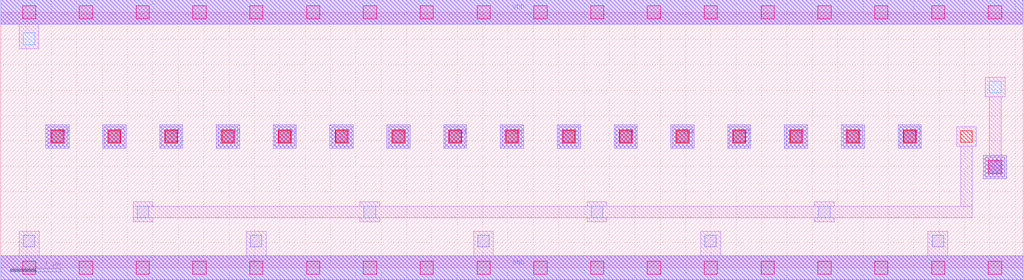
<source format=lef>
MACRO MUX8
 CLASS CORE ;
 FOREIGN MUX8 0 0 ;
 SIZE 20.16 BY 5.04 ;
 ORIGIN 0 0 ;
 SYMMETRY X Y R90 ;
 SITE unit ;
  PIN VDD
   DIRECTION INOUT ;
   USE POWER ;
   SHAPE ABUTMENT ;
    PORT
     CLASS CORE ;
       LAYER met1 ;
        RECT 0.00000000 4.80000000 20.16000000 5.28000000 ;
       LAYER met2 ;
        RECT 0.00000000 4.80000000 20.16000000 5.28000000 ;
    END
  END VDD

  PIN GND
   DIRECTION INOUT ;
   USE POWER ;
   SHAPE ABUTMENT ;
    PORT
     CLASS CORE ;
       LAYER met1 ;
        RECT 0.00000000 -0.24000000 20.16000000 0.24000000 ;
       LAYER met2 ;
        RECT 0.00000000 -0.24000000 20.16000000 0.24000000 ;
    END
  END GND

  PIN Z
   DIRECTION INOUT ;
   USE SIGNAL ;
   SHAPE ABUTMENT ;
    PORT
     CLASS CORE ;
       LAYER met2 ;
        RECT 19.37000000 1.75500000 19.83000000 2.21500000 ;
    END
  END Z

  PIN S0
   DIRECTION INOUT ;
   USE SIGNAL ;
   SHAPE ABUTMENT ;
    PORT
     CLASS CORE ;
       LAYER met2 ;
        RECT 3.13000000 2.35700000 3.59000000 2.81700000 ;
    END
  END S0

  PIN IN7
   DIRECTION INOUT ;
   USE SIGNAL ;
   SHAPE ABUTMENT ;
    PORT
     CLASS CORE ;
       LAYER met2 ;
        RECT 0.89000000 2.35700000 1.35000000 2.81700000 ;
    END
  END IN7

  PIN S3
   DIRECTION INOUT ;
   USE SIGNAL ;
   SHAPE ABUTMENT ;
    PORT
     CLASS CORE ;
       LAYER met2 ;
        RECT 6.49000000 2.35700000 6.95000000 2.81700000 ;
    END
  END S3

  PIN IN0
   DIRECTION INOUT ;
   USE SIGNAL ;
   SHAPE ABUTMENT ;
    PORT
     CLASS CORE ;
       LAYER met2 ;
        RECT 4.25000000 2.35700000 4.71000000 2.81700000 ;
    END
  END IN0

  PIN S6
   DIRECTION INOUT ;
   USE SIGNAL ;
   SHAPE ABUTMENT ;
    PORT
     CLASS CORE ;
       LAYER met2 ;
        RECT 10.97000000 2.35700000 11.43000000 2.81700000 ;
    END
  END S6

  PIN S7
   DIRECTION INOUT ;
   USE SIGNAL ;
   SHAPE ABUTMENT ;
    PORT
     CLASS CORE ;
       LAYER met2 ;
        RECT 2.01000000 2.35700000 2.47000000 2.81700000 ;
    END
  END S7

  PIN IN5
   DIRECTION INOUT ;
   USE SIGNAL ;
   SHAPE ABUTMENT ;
    PORT
     CLASS CORE ;
       LAYER met2 ;
        RECT 14.33000000 2.35700000 14.79000000 2.81700000 ;
    END
  END IN5

  PIN IN1
   DIRECTION INOUT ;
   USE SIGNAL ;
   SHAPE ABUTMENT ;
    PORT
     CLASS CORE ;
       LAYER met2 ;
        RECT 8.73000000 2.35700000 9.19000000 2.81700000 ;
    END
  END IN1

  PIN S1
   DIRECTION INOUT ;
   USE SIGNAL ;
   SHAPE ABUTMENT ;
    PORT
     CLASS CORE ;
       LAYER met2 ;
        RECT 7.61000000 2.35700000 8.07000000 2.81700000 ;
    END
  END S1

  PIN IN4
   DIRECTION INOUT ;
   USE SIGNAL ;
   SHAPE ABUTMENT ;
    PORT
     CLASS CORE ;
       LAYER met2 ;
        RECT 13.21000000 2.35700000 13.67000000 2.81700000 ;
    END
  END IN4

  PIN IN3
   DIRECTION INOUT ;
   USE SIGNAL ;
   SHAPE ABUTMENT ;
    PORT
     CLASS CORE ;
       LAYER met2 ;
        RECT 5.37000000 2.35700000 5.83000000 2.81700000 ;
    END
  END IN3

  PIN S5
   DIRECTION INOUT ;
   USE SIGNAL ;
   SHAPE ABUTMENT ;
    PORT
     CLASS CORE ;
       LAYER met2 ;
        RECT 15.45000000 2.35700000 15.91000000 2.81700000 ;
    END
  END S5

  PIN S2
   DIRECTION INOUT ;
   USE SIGNAL ;
   SHAPE ABUTMENT ;
    PORT
     CLASS CORE ;
       LAYER met2 ;
        RECT 16.57000000 2.35700000 17.03000000 2.81700000 ;
    END
  END S2

  PIN S4
   DIRECTION INOUT ;
   USE SIGNAL ;
   SHAPE ABUTMENT ;
    PORT
     CLASS CORE ;
       LAYER met2 ;
        RECT 12.09000000 2.35700000 12.55000000 2.81700000 ;
    END
  END S4

  PIN IN2
   DIRECTION INOUT ;
   USE SIGNAL ;
   SHAPE ABUTMENT ;
    PORT
     CLASS CORE ;
       LAYER met2 ;
        RECT 17.69000000 2.35700000 18.15000000 2.81700000 ;
    END
  END IN2

  PIN IN6
   DIRECTION INOUT ;
   USE SIGNAL ;
   SHAPE ABUTMENT ;
    PORT
     CLASS CORE ;
       LAYER met2 ;
        RECT 9.85000000 2.35700000 10.31000000 2.81700000 ;
    END
  END IN6

 OBS
    LAYER polycont ;
     RECT 1.00500000 2.47200000 1.23500000 2.70200000 ;
     RECT 2.12500000 2.47200000 2.35500000 2.70200000 ;
     RECT 3.24500000 2.47200000 3.47500000 2.70200000 ;
     RECT 4.36500000 2.47200000 4.59500000 2.70200000 ;
     RECT 5.48500000 2.47200000 5.71500000 2.70200000 ;
     RECT 6.60500000 2.47200000 6.83500000 2.70200000 ;
     RECT 7.72500000 2.47200000 7.95500000 2.70200000 ;
     RECT 8.84500000 2.47200000 9.07500000 2.70200000 ;
     RECT 9.96500000 2.47200000 10.19500000 2.70200000 ;
     RECT 11.08500000 2.47200000 11.31500000 2.70200000 ;
     RECT 12.20500000 2.47200000 12.43500000 2.70200000 ;
     RECT 13.32500000 2.47200000 13.55500000 2.70200000 ;
     RECT 14.44500000 2.47200000 14.67500000 2.70200000 ;
     RECT 15.56500000 2.47200000 15.79500000 2.70200000 ;
     RECT 16.68500000 2.47200000 16.91500000 2.70200000 ;
     RECT 17.80500000 2.47200000 18.03500000 2.70200000 ;
     RECT 18.92500000 2.47200000 19.15500000 2.70200000 ;

    LAYER pdiffc ;
     RECT 19.49000000 3.45000000 19.72000000 3.68000000 ;
     RECT 0.44000000 4.40000000 0.67000000 4.63000000 ;

    LAYER ndiffc ;
     RECT 0.44500000 0.41000000 0.67500000 0.64000000 ;
     RECT 4.92000000 0.41000000 5.15000000 0.64000000 ;
     RECT 9.40000000 0.41000000 9.63000000 0.64000000 ;
     RECT 13.88000000 0.41000000 14.11000000 0.64000000 ;
     RECT 18.36000000 0.41000000 18.59000000 0.64000000 ;
     RECT 2.69000000 0.98700000 2.92000000 1.21700000 ;
     RECT 7.16000000 0.98700000 7.39000000 1.21700000 ;
     RECT 11.64000000 0.98700000 11.87000000 1.21700000 ;
     RECT 16.12000000 0.98700000 16.35000000 1.21700000 ;
     RECT 19.48500000 1.87000000 19.71500000 2.10000000 ;

    LAYER met1 ;
     RECT 0.00000000 -0.24000000 20.16000000 0.24000000 ;
     RECT 0.36500000 0.24000000 0.75500000 0.72000000 ;
     RECT 4.84000000 0.24000000 5.23000000 0.72000000 ;
     RECT 9.32000000 0.24000000 9.71000000 0.72000000 ;
     RECT 13.80000000 0.24000000 14.19000000 0.72000000 ;
     RECT 18.28000000 0.24000000 18.67000000 0.72000000 ;
     RECT 0.92500000 2.39200000 1.31500000 2.78200000 ;
     RECT 2.04500000 2.39200000 2.43500000 2.78200000 ;
     RECT 3.16500000 2.39200000 3.55500000 2.78200000 ;
     RECT 4.28500000 2.39200000 4.67500000 2.78200000 ;
     RECT 5.40500000 2.39200000 5.79500000 2.78200000 ;
     RECT 6.52500000 2.39200000 6.91500000 2.78200000 ;
     RECT 7.64500000 2.39200000 8.03500000 2.78200000 ;
     RECT 8.76500000 2.39200000 9.15500000 2.78200000 ;
     RECT 9.88500000 2.39200000 10.27500000 2.78200000 ;
     RECT 11.00500000 2.39200000 11.39500000 2.78200000 ;
     RECT 12.12500000 2.39200000 12.51500000 2.78200000 ;
     RECT 13.24500000 2.39200000 13.63500000 2.78200000 ;
     RECT 14.36500000 2.39200000 14.75500000 2.78200000 ;
     RECT 15.48500000 2.39200000 15.87500000 2.78200000 ;
     RECT 16.60500000 2.39200000 16.99500000 2.78200000 ;
     RECT 17.72500000 2.39200000 18.11500000 2.78200000 ;
     RECT 2.61000000 0.90700000 3.00000000 0.98700000 ;
     RECT 7.08000000 0.90700000 7.47000000 0.98700000 ;
     RECT 11.56000000 0.90700000 11.95000000 0.98700000 ;
     RECT 16.04000000 0.90700000 16.43000000 0.98700000 ;
     RECT 2.61000000 0.98700000 19.15500000 1.21700000 ;
     RECT 2.61000000 1.21700000 3.00000000 1.29700000 ;
     RECT 7.08000000 1.21700000 7.47000000 1.29700000 ;
     RECT 11.56000000 1.21700000 11.95000000 1.29700000 ;
     RECT 16.04000000 1.21700000 16.43000000 1.29700000 ;
     RECT 18.92500000 1.21700000 19.15500000 2.39200000 ;
     RECT 18.84500000 2.39200000 19.23500000 2.78200000 ;
     RECT 19.40500000 1.79000000 19.79500000 2.18000000 ;
     RECT 19.49000000 2.18000000 19.72000000 3.37000000 ;
     RECT 19.41000000 3.37000000 19.80000000 3.76000000 ;
     RECT 0.36000000 4.32000000 0.75000000 4.80000000 ;
     RECT 0.00000000 4.80000000 20.16000000 5.28000000 ;

    LAYER via1 ;
     RECT 0.43000000 -0.13000000 0.69000000 0.13000000 ;
     RECT 1.55000000 -0.13000000 1.81000000 0.13000000 ;
     RECT 2.67000000 -0.13000000 2.93000000 0.13000000 ;
     RECT 3.79000000 -0.13000000 4.05000000 0.13000000 ;
     RECT 4.91000000 -0.13000000 5.17000000 0.13000000 ;
     RECT 6.03000000 -0.13000000 6.29000000 0.13000000 ;
     RECT 7.15000000 -0.13000000 7.41000000 0.13000000 ;
     RECT 8.27000000 -0.13000000 8.53000000 0.13000000 ;
     RECT 9.39000000 -0.13000000 9.65000000 0.13000000 ;
     RECT 10.51000000 -0.13000000 10.77000000 0.13000000 ;
     RECT 11.63000000 -0.13000000 11.89000000 0.13000000 ;
     RECT 12.75000000 -0.13000000 13.01000000 0.13000000 ;
     RECT 13.87000000 -0.13000000 14.13000000 0.13000000 ;
     RECT 14.99000000 -0.13000000 15.25000000 0.13000000 ;
     RECT 16.11000000 -0.13000000 16.37000000 0.13000000 ;
     RECT 17.23000000 -0.13000000 17.49000000 0.13000000 ;
     RECT 18.35000000 -0.13000000 18.61000000 0.13000000 ;
     RECT 19.47000000 -0.13000000 19.73000000 0.13000000 ;
     RECT 19.47000000 1.85500000 19.73000000 2.11500000 ;
     RECT 0.99000000 2.45700000 1.25000000 2.71700000 ;
     RECT 2.11000000 2.45700000 2.37000000 2.71700000 ;
     RECT 3.23000000 2.45700000 3.49000000 2.71700000 ;
     RECT 4.35000000 2.45700000 4.61000000 2.71700000 ;
     RECT 5.47000000 2.45700000 5.73000000 2.71700000 ;
     RECT 6.59000000 2.45700000 6.85000000 2.71700000 ;
     RECT 7.71000000 2.45700000 7.97000000 2.71700000 ;
     RECT 8.83000000 2.45700000 9.09000000 2.71700000 ;
     RECT 9.95000000 2.45700000 10.21000000 2.71700000 ;
     RECT 11.07000000 2.45700000 11.33000000 2.71700000 ;
     RECT 12.19000000 2.45700000 12.45000000 2.71700000 ;
     RECT 13.31000000 2.45700000 13.57000000 2.71700000 ;
     RECT 14.43000000 2.45700000 14.69000000 2.71700000 ;
     RECT 15.55000000 2.45700000 15.81000000 2.71700000 ;
     RECT 16.67000000 2.45700000 16.93000000 2.71700000 ;
     RECT 17.79000000 2.45700000 18.05000000 2.71700000 ;
     RECT 0.43000000 4.91000000 0.69000000 5.17000000 ;
     RECT 1.55000000 4.91000000 1.81000000 5.17000000 ;
     RECT 2.67000000 4.91000000 2.93000000 5.17000000 ;
     RECT 3.79000000 4.91000000 4.05000000 5.17000000 ;
     RECT 4.91000000 4.91000000 5.17000000 5.17000000 ;
     RECT 6.03000000 4.91000000 6.29000000 5.17000000 ;
     RECT 7.15000000 4.91000000 7.41000000 5.17000000 ;
     RECT 8.27000000 4.91000000 8.53000000 5.17000000 ;
     RECT 9.39000000 4.91000000 9.65000000 5.17000000 ;
     RECT 10.51000000 4.91000000 10.77000000 5.17000000 ;
     RECT 11.63000000 4.91000000 11.89000000 5.17000000 ;
     RECT 12.75000000 4.91000000 13.01000000 5.17000000 ;
     RECT 13.87000000 4.91000000 14.13000000 5.17000000 ;
     RECT 14.99000000 4.91000000 15.25000000 5.17000000 ;
     RECT 16.11000000 4.91000000 16.37000000 5.17000000 ;
     RECT 17.23000000 4.91000000 17.49000000 5.17000000 ;
     RECT 18.35000000 4.91000000 18.61000000 5.17000000 ;
     RECT 19.47000000 4.91000000 19.73000000 5.17000000 ;

    LAYER met2 ;
     RECT 0.00000000 -0.24000000 20.16000000 0.24000000 ;
     RECT 19.37000000 1.75500000 19.83000000 2.21500000 ;
     RECT 0.89000000 2.35700000 1.35000000 2.81700000 ;
     RECT 2.01000000 2.35700000 2.47000000 2.81700000 ;
     RECT 3.13000000 2.35700000 3.59000000 2.81700000 ;
     RECT 4.25000000 2.35700000 4.71000000 2.81700000 ;
     RECT 5.37000000 2.35700000 5.83000000 2.81700000 ;
     RECT 6.49000000 2.35700000 6.95000000 2.81700000 ;
     RECT 7.61000000 2.35700000 8.07000000 2.81700000 ;
     RECT 8.73000000 2.35700000 9.19000000 2.81700000 ;
     RECT 9.85000000 2.35700000 10.31000000 2.81700000 ;
     RECT 10.97000000 2.35700000 11.43000000 2.81700000 ;
     RECT 12.09000000 2.35700000 12.55000000 2.81700000 ;
     RECT 13.21000000 2.35700000 13.67000000 2.81700000 ;
     RECT 14.33000000 2.35700000 14.79000000 2.81700000 ;
     RECT 15.45000000 2.35700000 15.91000000 2.81700000 ;
     RECT 16.57000000 2.35700000 17.03000000 2.81700000 ;
     RECT 17.69000000 2.35700000 18.15000000 2.81700000 ;
     RECT 0.00000000 4.80000000 20.16000000 5.28000000 ;

 END
END MUX8

</source>
